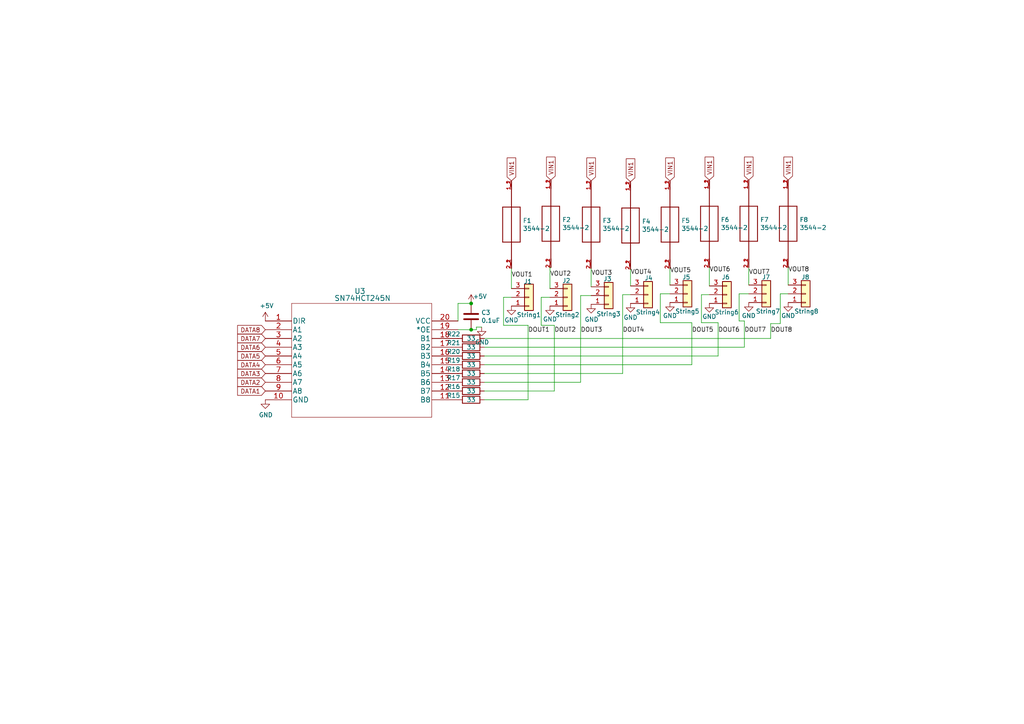
<source format=kicad_sch>
(kicad_sch (version 20211123) (generator eeschema)
  (paper "A4")
  (title_block (title "PB 16") (date "2020-08-11") (rev "v2") (company "Scott Hanson"))
  (lib_symbols
    (symbol "Connector_Generic:Conn_01x03" (pin_names (offset 1.016) hide)
      (property "Reference" "J" (at 0 5.08 0))
      (property "Value" "Conn_01x03" (at 0 -5.08 0))
      (symbol "Conn_01x03_1_1"
        (rectangle (start -1.27 -2.413) (end 0 -2.667) (stroke (width 0.1524)))
        (rectangle (start -1.27 0.127) (end 0 -0.127) (stroke (width 0.1524)))
        (rectangle (start -1.27 2.667) (end 0 2.413) (stroke (width 0.1524)))
        (rectangle (start -1.27 3.81) (end 1.27 -3.81) (stroke (width 0.254)) (fill (type background)))
        (pin passive line (at -5.08 2.54 0) (length 3.81) (name "Pin_1") (number "1"))
        (pin passive line (at -5.08 0 0) (length 3.81) (name "Pin_2") (number "2"))
        (pin passive line (at -5.08 -2.54 0) (length 3.81) (name "Pin_3") (number "3"))
      )
    )
    (symbol "Device:R" (pin_numbers hide) (pin_names (offset 0))
      (property "Reference" "R" (at 2.032 0 90))
      (property "Value" "R" (at 0 0 90))
      (symbol "R_0_1"
        (rectangle (start -1.016 -2.54) (end 1.016 2.54) (stroke (width 0.254)))
      )
      (symbol "R_1_1"
        (pin passive line (at 0 3.81 270) (length 1.27) (name "~") (number "1"))
        (pin passive line (at 0 -3.81 90) (length 1.27) (name "~") (number "2"))
      )
    )
    (symbol "PB_16-rescue:3544-2-Keystone_Fuse" (pin_names (offset 1.016) hide)
      (property "Reference" "F" (at -5.08 3.302 0))
      (property "Value" "3544-2-Keystone_Fuse" (at -5.08 -5.08 0))
      (symbol "3544-2-Keystone_Fuse_0_0"
        (polyline (pts (xy -12.7 0) (xy 12.7 0)) (stroke (width 0.254)))
        (polyline (pts (xy -5.08 -2.54) (xy -5.08 2.54)) (stroke (width 0.254)))
        (polyline (pts (xy -5.08 2.54) (xy 5.08 2.54)) (stroke (width 0.254)))
        (polyline (pts (xy 5.08 -2.54) (xy -5.08 -2.54)) (stroke (width 0.254)))
        (polyline (pts (xy 5.08 2.54) (xy 5.08 -2.54)) (stroke (width 0.254)))
        (pin passive line (at -12.7 0 0) (length 2.54) (name "1") (number "1_1"))
        (pin passive line (at -12.7 0 0) (length 2.54) (name "1") (number "1_2"))
        (pin passive line (at 12.7 0 180) (length 2.54) (name "2") (number "2_1"))
        (pin passive line (at 12.7 0 180) (length 2.54) (name "2") (number "2_2"))
      )
    )
    (symbol "PB_16-rescue:C-Device" (pin_numbers hide) (pin_names (offset 0.254))
      (property "Reference" "C" (at 0.635 2.54 0))
      (property "Value" "C-Device" (at 0.635 -2.54 0))
      (symbol "C-Device_0_1"
        (polyline (pts (xy -2.032 -0.762) (xy 2.032 -0.762)) (stroke (width 0.508)))
        (polyline (pts (xy -2.032 0.762) (xy 2.032 0.762)) (stroke (width 0.508)))
      )
      (symbol "C-Device_1_1"
        (pin passive line (at 0 3.81 270) (length 2.794) (name "~") (number "1"))
        (pin passive line (at 0 -3.81 90) (length 2.794) (name "~") (number "2"))
      )
    )
    (symbol "PB_16-rescue:SN74HCT245N-SN74HCT245N" (pin_names (offset 0.254))
      (property "Reference" "U" (at 27.94 10.16 0))
      (property "Value" "SN74HCT245N-SN74HCT245N" (at 27.94 7.62 0))
      (symbol "SN74HCT245N-SN74HCT245N_1_0"
        (polyline (pts (xy 7.62 -27.94) (xy 48.26 -27.94)) (stroke (width 0.127)))
        (polyline (pts (xy 7.62 5.08) (xy 7.62 -27.94)) (stroke (width 0.127)))
        (polyline (pts (xy 48.26 -27.94) (xy 48.26 5.08)) (stroke (width 0.127)))
        (polyline (pts (xy 48.26 5.08) (xy 7.62 5.08)) (stroke (width 0.127)))
        (pin input line (at 0 0 0) (length 7.62) (name "DIR") (number "1"))
        (pin power_in line (at 0 -22.86 0) (length 7.62) (name "GND") (number "10"))
        (pin bidirectional line (at 55.88 -22.86 180) (length 7.62) (name "B8") (number "11"))
        (pin bidirectional line (at 55.88 -20.32 180) (length 7.62) (name "B7") (number "12"))
        (pin bidirectional line (at 55.88 -17.78 180) (length 7.62) (name "B6") (number "13"))
        (pin bidirectional line (at 55.88 -15.24 180) (length 7.62) (name "B5") (number "14"))
        (pin bidirectional line (at 55.88 -12.7 180) (length 7.62) (name "B4") (number "15"))
        (pin bidirectional line (at 55.88 -10.16 180) (length 7.62) (name "B3") (number "16"))
        (pin bidirectional line (at 55.88 -7.62 180) (length 7.62) (name "B2") (number "17"))
        (pin bidirectional line (at 55.88 -5.08 180) (length 7.62) (name "B1") (number "18"))
        (pin input line (at 55.88 -2.54 180) (length 7.62) (name "*OE") (number "19"))
        (pin bidirectional line (at 0 -2.54 0) (length 7.62) (name "A1") (number "2"))
        (pin power_in line (at 55.88 0 180) (length 7.62) (name "VCC") (number "20"))
        (pin bidirectional line (at 0 -5.08 0) (length 7.62) (name "A2") (number "3"))
        (pin bidirectional line (at 0 -7.62 0) (length 7.62) (name "A3") (number "4"))
        (pin bidirectional line (at 0 -10.16 0) (length 7.62) (name "A4") (number "5"))
        (pin bidirectional line (at 0 -12.7 0) (length 7.62) (name "A5") (number "6"))
        (pin bidirectional line (at 0 -15.24 0) (length 7.62) (name "A6") (number "7"))
        (pin bidirectional line (at 0 -17.78 0) (length 7.62) (name "A7") (number "8"))
        (pin bidirectional line (at 0 -20.32 0) (length 7.62) (name "A8") (number "9"))
      )
    )
    (symbol "power:+5V" (power) (pin_names (offset 0))
      (property "Value" "+5V" (at 0 3.556 0))
      (symbol "+5V_0_1"
        (polyline (pts (xy -0.762 1.27) (xy 0 2.54)))
        (polyline (pts (xy 0 0) (xy 0 2.54)))
        (polyline (pts (xy 0 2.54) (xy 0.762 1.27)))
      )
      (symbol "+5V_1_1"
        (pin power_in line (at 0 0 90) (length 0) hide (name "+5V") (number "1"))
      )
    )
    (symbol "power:GND" (power) (pin_names (offset 0))
      (property "Value" "GND" (at 0 -3.81 0))
      (symbol "GND_0_1"
        (polyline (pts (xy 0 0) (xy 0 -1.27) (xy 1.27 -1.27) (xy 0 -2.54) (xy -1.27 -1.27) (xy 0 -1.27)))
      )
      (symbol "GND_1_1"
        (pin power_in line (at 0 0 270) (length 0) hide (name "GND") (number "1"))
      )
    )
  )
  (junction (at 136.652 88.011))
  (junction (at 136.652 95.631))
  (wire (pts (xy 191.516 85.217) (xy 191.516 93.599)))
  (wire (pts (xy 140.462 103.251) (xy 208.28 103.251)))
  (wire (pts (xy 208.28 103.251) (xy 208.28 93.599)))
  (wire (pts (xy 203.454 85.471) (xy 203.454 93.599)))
  (wire (pts (xy 191.516 93.599) (xy 200.66 93.599)))
  (wire (pts (xy 205.74 85.471) (xy 203.454 85.471)))
  (wire (pts (xy 223.52 93.853) (xy 226.314 93.853)))
  (wire (pts (xy 214.376 85.217) (xy 217.17 85.217)))
  (wire (pts (xy 200.66 105.791) (xy 200.66 93.599)))
  (wire (pts (xy 132.842 88.011) (xy 132.842 93.091)))
  (wire (pts (xy 160.782 94.361) (xy 160.782 113.411)))
  (wire (pts (xy 182.88 85.471) (xy 180.594 85.471)))
  (wire (pts (xy 226.314 85.217) (xy 228.6 85.217)))
  (wire (pts (xy 138.176 94.869) (xy 138.176 95.631)))
  (wire (pts (xy 140.462 100.711) (xy 215.9 100.711)))
  (wire (pts (xy 153.162 115.951) (xy 153.162 94.361)))
  (wire (pts (xy 148.336 77.851) (xy 148.336 83.693)))
  (wire (pts (xy 140.462 108.331) (xy 180.594 108.331)))
  (wire (pts (xy 217.17 77.597) (xy 217.17 82.677)))
  (wire (pts (xy 136.652 95.631) (xy 132.842 95.631)))
  (wire (pts (xy 194.31 82.677) (xy 194.31 77.851)))
  (wire (pts (xy 203.454 93.599) (xy 208.28 93.599)))
  (wire (pts (xy 226.314 93.853) (xy 226.314 85.217)))
  (wire (pts (xy 180.594 108.331) (xy 180.594 85.471)))
  (wire (pts (xy 136.652 88.011) (xy 132.842 88.011)))
  (wire (pts (xy 159.512 77.597) (xy 159.766 77.597)))
  (wire (pts (xy 139.7 94.869) (xy 138.176 94.869)))
  (wire (pts (xy 194.31 85.217) (xy 191.516 85.217)))
  (wire (pts (xy 159.512 86.233) (xy 156.972 86.233)))
  (wire (pts (xy 168.402 85.725) (xy 171.45 85.725)))
  (wire (pts (xy 140.462 105.791) (xy 200.66 105.791)))
  (wire (pts (xy 168.402 110.871) (xy 168.402 85.725)))
  (wire (pts (xy 160.782 113.411) (xy 140.462 113.411)))
  (wire (pts (xy 160.782 94.361) (xy 156.972 94.361)))
  (wire (pts (xy 182.88 82.931) (xy 182.88 78.105)))
  (wire (pts (xy 223.52 98.171) (xy 223.52 93.853)))
  (wire (pts (xy 215.9 93.091) (xy 214.376 93.091)))
  (wire (pts (xy 140.462 110.871) (xy 168.402 110.871)))
  (wire (pts (xy 146.05 94.361) (xy 146.05 86.233)))
  (wire (pts (xy 140.462 115.951) (xy 153.162 115.951)))
  (wire (pts (xy 228.6 82.677) (xy 228.6 77.597)))
  (wire (pts (xy 156.972 94.361) (xy 156.972 86.233)))
  (wire (pts (xy 171.45 77.851) (xy 171.45 83.185)))
  (wire (pts (xy 140.462 98.171) (xy 223.52 98.171)))
  (wire (pts (xy 146.05 86.233) (xy 148.336 86.233)))
  (wire (pts (xy 214.376 93.091) (xy 214.376 85.217)))
  (wire (pts (xy 153.162 94.361) (xy 146.05 94.361)))
  (wire (pts (xy 138.176 95.631) (xy 136.652 95.631)))
  (wire (pts (xy 205.74 77.597) (xy 205.74 82.931)))
  (wire (pts (xy 159.512 83.693) (xy 159.512 77.597)))
  (wire (pts (xy 215.9 100.711) (xy 215.9 93.091)))
  (label "VOUT7" (at 217.17 79.883 0))
  (label "DOUT6" (at 208.28 96.647 0))
  (label "DOUT4" (at 180.594 96.647 0))
  (label "VOUT3" (at 171.45 80.137 0))
  (label "DOUT1" (at 153.162 96.647 0))
  (label "VOUT8" (at 228.6 79.121 0))
  (label "DOUT3" (at 168.402 96.647 0))
  (label "DOUT5" (at 200.66 96.647 0))
  (label "VOUT5" (at 194.31 79.375 0))
  (label "DOUT7" (at 215.9 96.647 0))
  (label "DOUT8" (at 223.52 96.647 0))
  (label "DOUT2" (at 160.782 96.647 0))
  (label "VOUT4" (at 182.88 79.883 0))
  (label "VOUT2" (at 159.512 80.391 0))
  (label "VOUT1" (at 148.336 80.645 0))
  (label "VOUT6" (at 205.74 79.121 0))
  (global_label "DATA7" (shape input) (at 76.962 98.171 180) (property "Intersheet References" "${INTERSHEET_REFS}" (effects hide)))
  (global_label "VIN1" (shape input) (at 159.766 52.197 90) (property "Intersheet References" "${INTERSHEET_REFS}" (effects hide)))
  (global_label "VIN1" (shape input) (at 217.17 52.197 90) (property "Intersheet References" "${INTERSHEET_REFS}" (effects hide)))
  (global_label "VIN1" (shape input) (at 228.6 52.197 90) (property "Intersheet References" "${INTERSHEET_REFS}" (effects hide)))
  (global_label "VIN1" (shape input) (at 205.74 52.197 90) (property "Intersheet References" "${INTERSHEET_REFS}" (effects hide)))
  (global_label "DATA3" (shape input) (at 76.962 108.331 180) (property "Intersheet References" "${INTERSHEET_REFS}" (effects hide)))
  (global_label "DATA8" (shape input) (at 76.962 95.631 180) (property "Intersheet References" "${INTERSHEET_REFS}" (effects hide)))
  (global_label "VIN1" (shape input) (at 171.45 52.451 90) (property "Intersheet References" "${INTERSHEET_REFS}" (effects hide)))
  (global_label "DATA2" (shape input) (at 76.962 110.871 180) (property "Intersheet References" "${INTERSHEET_REFS}" (effects hide)))
  (global_label "VIN1" (shape input) (at 194.31 52.451 90) (property "Intersheet References" "${INTERSHEET_REFS}" (effects hide)))
  (global_label "VIN1" (shape input) (at 148.336 52.451 90) (property "Intersheet References" "${INTERSHEET_REFS}" (effects hide)))
  (global_label "DATA6" (shape input) (at 76.962 100.711 180) (property "Intersheet References" "${INTERSHEET_REFS}" (effects hide)))
  (global_label "DATA4" (shape input) (at 76.962 105.791 180) (property "Intersheet References" "${INTERSHEET_REFS}" (effects hide)))
  (global_label "VIN1" (shape input) (at 182.88 52.705 90) (property "Intersheet References" "${INTERSHEET_REFS}" (effects hide)))
  (global_label "DATA1" (shape input) (at 76.962 113.411 180) (property "Intersheet References" "${INTERSHEET_REFS}" (effects hide)))
  (global_label "DATA5" (shape input) (at 76.962 103.251 180) (property "Intersheet References" "${INTERSHEET_REFS}" (effects hide)))
  (symbol (lib_id "Connector_Generic:Conn_01x03") (at 153.416 86.233 0) (mirror x) (unit 1)
    (property "Reference" "J1" (at 151.892 81.661 0) (effects (justify left)))
    (property "Value" "String1" (at 149.86 91.313 0) (effects (justify left)))
    (property "Footprint" "Connector_Phoenix_MC:PhoenixContact_MCV_1,5_3-G-3.5_1x03_P3.50mm_Vertical" (effects hide))
    (property "Digi-Key_PN" "277-5737-ND/ED10555-ND" (effects hide))
    (property "MPN" "1843619/OSTTJ0311530" (effects hide))
  )
  (symbol (lib_id "Connector_Generic:Conn_01x03") (at 164.592 86.233 0) (mirror x) (unit 1)
    (property "Reference" "J2" (at 163.068 81.407 0) (effects (justify left)))
    (property "Value" "String2" (at 161.036 91.313 0) (effects (justify left)))
    (property "Footprint" "Connector_Phoenix_MC:PhoenixContact_MCV_1,5_3-G-3.5_1x03_P3.50mm_Vertical" (effects hide))
    (property "Digi-Key_PN" "277-5737-ND/ED10555-ND" (effects hide))
    (property "MPN" "1843619/OSTTJ0311530" (effects hide))
  )
  (symbol (lib_id "Connector_Generic:Conn_01x03") (at 176.53 85.725 0) (mirror x) (unit 1)
    (property "Reference" "J3" (at 175.006 80.899 0) (effects (justify left)))
    (property "Value" "String3" (at 172.974 91.059 0) (effects (justify left)))
    (property "Footprint" "Connector_Phoenix_MC:PhoenixContact_MCV_1,5_3-G-3.5_1x03_P3.50mm_Vertical" (effects hide))
    (property "Digi-Key_PN" "277-5737-ND/ED10555-ND" (effects hide))
    (property "MPN" "1843619/OSTTJ0311530" (effects hide))
  )
  (symbol (lib_id "Connector_Generic:Conn_01x03") (at 187.96 85.471 0) (mirror x) (unit 1)
    (property "Reference" "J4" (at 186.944 80.645 0) (effects (justify left)))
    (property "Value" "String4" (at 184.404 90.551 0) (effects (justify left)))
    (property "Footprint" "Connector_Phoenix_MC:PhoenixContact_MCV_1,5_3-G-3.5_1x03_P3.50mm_Vertical" (effects hide))
    (property "Digi-Key_PN" "277-5737-ND/ED10555-ND" (effects hide))
    (property "MPN" "1843619/OSTTJ0311530" (effects hide))
  )
  (symbol (lib_id "Connector_Generic:Conn_01x03") (at 199.39 85.217 0) (mirror x) (unit 1)
    (property "Reference" "J5" (at 197.866 80.391 0) (effects (justify left)))
    (property "Value" "String5" (at 195.834 90.297 0) (effects (justify left)))
    (property "Footprint" "Connector_Phoenix_MC:PhoenixContact_MCV_1,5_3-G-3.5_1x03_P3.50mm_Vertical" (effects hide))
    (property "Digi-Key_PN" "277-5737-ND/ED10555-ND" (effects hide))
    (property "MPN" "1843619/OSTTJ0311530" (effects hide))
  )
  (symbol (lib_id "Connector_Generic:Conn_01x03") (at 210.82 85.471 0) (mirror x) (unit 1)
    (property "Reference" "J6" (at 209.296 80.391 0) (effects (justify left)))
    (property "Value" "String6" (at 207.264 90.551 0) (effects (justify left)))
    (property "Footprint" "Connector_Phoenix_MC:PhoenixContact_MCV_1,5_3-G-3.5_1x03_P3.50mm_Vertical" (effects hide))
    (property "Digi-Key_PN" "277-5737-ND/ED10555-ND" (effects hide))
    (property "MPN" "1843619/OSTTJ0311530" (effects hide))
  )
  (symbol (lib_id "Connector_Generic:Conn_01x03") (at 222.25 85.217 0) (mirror x) (unit 1)
    (property "Reference" "J7" (at 220.98 80.391 0) (effects (justify left)))
    (property "Value" "String7" (at 219.202 90.297 0) (effects (justify left)))
    (property "Footprint" "Connector_Phoenix_MC:PhoenixContact_MCV_1,5_3-G-3.5_1x03_P3.50mm_Vertical" (effects hide))
    (property "Digi-Key_PN" "277-5737-ND/ED10555-ND" (effects hide))
    (property "MPN" "1843619/OSTTJ0311530" (effects hide))
  )
  (symbol (lib_id "Connector_Generic:Conn_01x03") (at 233.68 85.217 0) (mirror x) (unit 1)
    (property "Reference" "J8" (at 232.41 80.391 0) (effects (justify left)))
    (property "Value" "String8" (at 230.378 90.297 0) (effects (justify left)))
    (property "Footprint" "Connector_Phoenix_MC:PhoenixContact_MCV_1,5_3-G-3.5_1x03_P3.50mm_Vertical" (effects hide))
    (property "Digi-Key_PN" "277-5737-ND/ED10555-ND" (effects hide))
    (property "MPN" "1843619/OSTTJ0311530" (effects hide))
  )
  (symbol (lib_id "power:GND") (at 148.336 88.773 0) (unit 1)
    (property "Reference" "#PWR012" (effects hide))
    (property "Value" "GND" (at 148.336 92.837 0))
  )
  (symbol (lib_id "power:GND") (at 159.512 88.773 0) (unit 1)
    (property "Reference" "#PWR013" (effects hide))
    (property "Value" "GND" (at 159.512 92.583 0))
  )
  (symbol (lib_id "power:GND") (at 171.45 88.265 0) (unit 1)
    (property "Reference" "#PWR014" (effects hide))
    (property "Value" "GND" (at 171.577 92.6592 0))
  )
  (symbol (lib_id "power:GND") (at 182.88 88.011 0) (unit 1)
    (property "Reference" "#PWR015" (effects hide))
    (property "Value" "GND" (at 182.88 92.075 0))
  )
  (symbol (lib_id "power:GND") (at 194.31 87.757 0) (unit 1)
    (property "Reference" "#PWR016" (effects hide))
    (property "Value" "GND" (at 194.31 91.567 0))
  )
  (symbol (lib_id "power:GND") (at 205.74 88.011 0) (unit 1)
    (property "Reference" "#PWR017" (effects hide))
    (property "Value" "GND" (at 205.74 91.821 0))
  )
  (symbol (lib_id "power:GND") (at 217.17 87.757 0) (unit 1)
    (property "Reference" "#PWR018" (effects hide))
    (property "Value" "GND" (at 217.17 91.567 0))
  )
  (symbol (lib_id "power:GND") (at 228.6 87.757 0) (unit 1)
    (property "Reference" "#PWR019" (effects hide))
    (property "Value" "GND" (at 228.6 91.567 0))
  )
  (symbol (lib_id "PB_16-rescue:3544-2-Keystone_Fuse") (at 159.766 64.897 270) (unit 1)
    (property "Reference" "F2" (at 163.068 63.7286 90) (effects (justify left)))
    (property "Value" "3544-2" (at 163.068 66.04 90) (effects (justify left)))
    (property "Footprint" "Keystone_Fuse:FUSE_3544-2" (effects hide))
    (property "Field4" "3544-2" (effects hide))
    (property "Field5" "None" (effects hide))
    (property "Field6" "Unavailable" (effects hide))
    (property "Field7" "Fuse Clip; 500 VAC; 30 A; PCB; For 0.110 in. x 0.032 in. mini blade fuses" (effects hide))
    (property "Field8" "Keystone Electronics" (effects hide))
    (property "Digi-Key_PN" "36-3544-2-ND" (effects hide))
    (property "MPN" "3544-2" (effects hide))
  )
  (symbol (lib_id "PB_16-rescue:3544-2-Keystone_Fuse") (at 171.45 65.151 270) (unit 1)
    (property "Reference" "F3" (at 174.752 63.9826 90) (effects (justify left)))
    (property "Value" "3544-2" (at 174.752 66.294 90) (effects (justify left)))
    (property "Footprint" "Keystone_Fuse:FUSE_3544-2" (effects hide))
    (property "Field4" "3544-2" (effects hide))
    (property "Field5" "None" (effects hide))
    (property "Field6" "Unavailable" (effects hide))
    (property "Field7" "Fuse Clip; 500 VAC; 30 A; PCB; For 0.110 in. x 0.032 in. mini blade fuses" (effects hide))
    (property "Field8" "Keystone Electronics" (effects hide))
    (property "Digi-Key_PN" "36-3544-2-ND" (effects hide))
    (property "MPN" "3544-2" (effects hide))
  )
  (symbol (lib_id "PB_16-rescue:3544-2-Keystone_Fuse") (at 182.88 65.405 270) (unit 1)
    (property "Reference" "F4" (at 186.182 64.2366 90) (effects (justify left)))
    (property "Value" "3544-2" (at 186.182 66.548 90) (effects (justify left)))
    (property "Footprint" "Keystone_Fuse:FUSE_3544-2" (effects hide))
    (property "Field4" "3544-2" (effects hide))
    (property "Field5" "None" (effects hide))
    (property "Field6" "Unavailable" (effects hide))
    (property "Field7" "Fuse Clip; 500 VAC; 30 A; PCB; For 0.110 in. x 0.032 in. mini blade fuses" (effects hide))
    (property "Field8" "Keystone Electronics" (effects hide))
    (property "Digi-Key_PN" "36-3544-2-ND" (effects hide))
    (property "MPN" "3544-2" (effects hide))
  )
  (symbol (lib_id "PB_16-rescue:3544-2-Keystone_Fuse") (at 194.31 65.151 270) (unit 1)
    (property "Reference" "F5" (at 197.612 63.9826 90) (effects (justify left)))
    (property "Value" "3544-2" (at 197.612 66.294 90) (effects (justify left)))
    (property "Footprint" "Keystone_Fuse:FUSE_3544-2" (effects hide))
    (property "Field4" "3544-2" (effects hide))
    (property "Field5" "None" (effects hide))
    (property "Field6" "Unavailable" (effects hide))
    (property "Field7" "Fuse Clip; 500 VAC; 30 A; PCB; For 0.110 in. x 0.032 in. mini blade fuses" (effects hide))
    (property "Field8" "Keystone Electronics" (effects hide))
    (property "Digi-Key_PN" "36-3544-2-ND" (effects hide))
    (property "MPN" "3544-2" (effects hide))
  )
  (symbol (lib_id "PB_16-rescue:3544-2-Keystone_Fuse") (at 205.74 64.897 270) (unit 1)
    (property "Reference" "F6" (at 209.042 63.7286 90) (effects (justify left)))
    (property "Value" "3544-2" (at 209.042 66.04 90) (effects (justify left)))
    (property "Footprint" "Keystone_Fuse:FUSE_3544-2" (effects hide))
    (property "Field4" "3544-2" (effects hide))
    (property "Field5" "None" (effects hide))
    (property "Field6" "Unavailable" (effects hide))
    (property "Field7" "Fuse Clip; 500 VAC; 30 A; PCB; For 0.110 in. x 0.032 in. mini blade fuses" (effects hide))
    (property "Field8" "Keystone Electronics" (effects hide))
    (property "Digi-Key_PN" "36-3544-2-ND" (effects hide))
    (property "MPN" "3544-2" (effects hide))
  )
  (symbol (lib_id "PB_16-rescue:3544-2-Keystone_Fuse") (at 217.17 64.897 270) (unit 1)
    (property "Reference" "F7" (at 220.472 63.7286 90) (effects (justify left)))
    (property "Value" "3544-2" (at 220.472 66.04 90) (effects (justify left)))
    (property "Footprint" "Keystone_Fuse:FUSE_3544-2" (effects hide))
    (property "Field4" "3544-2" (effects hide))
    (property "Field5" "None" (effects hide))
    (property "Field6" "Unavailable" (effects hide))
    (property "Field7" "Fuse Clip; 500 VAC; 30 A; PCB; For 0.110 in. x 0.032 in. mini blade fuses" (effects hide))
    (property "Field8" "Keystone Electronics" (effects hide))
    (property "Digi-Key_PN" "36-3544-2-ND" (effects hide))
    (property "MPN" "3544-2" (effects hide))
  )
  (symbol (lib_id "PB_16-rescue:3544-2-Keystone_Fuse") (at 228.6 64.897 270) (unit 1)
    (property "Reference" "F8" (at 231.902 63.7286 90) (effects (justify left)))
    (property "Value" "3544-2" (at 231.902 66.04 90) (effects (justify left)))
    (property "Footprint" "Keystone_Fuse:FUSE_3544-2" (effects hide))
    (property "Field4" "3544-2" (effects hide))
    (property "Field5" "None" (effects hide))
    (property "Field6" "Unavailable" (effects hide))
    (property "Field7" "Fuse Clip; 500 VAC; 30 A; PCB; For 0.110 in. x 0.032 in. mini blade fuses" (effects hide))
    (property "Field8" "Keystone Electronics" (effects hide))
    (property "Digi-Key_PN" "36-3544-2-ND" (effects hide))
    (property "MPN" "3544-2" (effects hide))
  )
  (symbol (lib_id "power:GND") (at 139.7 94.869 0) (unit 1)
    (property "Reference" "#PWR011" (effects hide))
    (property "Value" "GND" (at 139.827 99.2632 0))
  )
  (symbol (lib_id "power:+5V") (at 76.962 93.091 0) (unit 1)
    (property "Reference" "#PWR08" (effects hide))
    (property "Value" "+5V" (at 77.343 88.6968 0))
  )
  (symbol (lib_id "power:GND") (at 76.962 115.951 0) (unit 1)
    (property "Reference" "#PWR09" (effects hide))
    (property "Value" "GND" (at 77.089 120.3452 0))
  )
  (symbol (lib_id "PB_16-rescue:C-Device") (at 136.652 91.821 0) (unit 1)
    (property "Reference" "C3" (at 139.573 90.6526 0) (effects (justify left)))
    (property "Value" "0.1uF" (at 139.573 92.964 0) (effects (justify left)))
    (property "Footprint" "Capacitor_SMD:C_0805_2012Metric_Pad1.15x1.40mm_HandSolder" (effects hide))
    (property "Digi-Key_PN" "1276-1007-1-ND" (effects hide))
    (property "MPN" "CL21F104ZBCNNNC" (effects hide))
    (property "LCSC" "C49678" (effects hide))
  )
  (symbol (lib_id "power:+5V") (at 136.652 88.011 0) (unit 1)
    (property "Reference" "#PWR010" (effects hide))
    (property "Value" "+5V" (at 139.192 85.979 0))
  )
  (symbol (lib_id "PB_16-rescue:SN74HCT245N-SN74HCT245N") (at 76.962 93.091 0) (unit 1)
    (property "Reference" "U3" (at 104.394 84.455 0) (effects (font (size 1.524 1.524))))
    (property "Value" "SN74HCT245N" (at 105.156 86.487 0) (effects (font (size 1.524 1.524))))
    (property "Footprint" "SN74HCT245NSR:SN74HCT245NSR" (effects hide))
    (property "Digi-Key_PN" "296-15849-1-ND" (effects hide))
    (property "MPN" "SN74HCT245NSR" (effects hide))
    (property "LCSC" "C133641" (effects hide))
  )
  (symbol (lib_id "PB_16-rescue:3544-2-Keystone_Fuse") (at 148.336 65.151 270) (unit 1)
    (property "Reference" "F1" (at 151.638 63.9826 90) (effects (justify left)))
    (property "Value" "3544-2" (at 151.638 66.294 90) (effects (justify left)))
    (property "Footprint" "Keystone_Fuse:FUSE_3544-2" (effects hide))
    (property "Field4" "3544-2" (effects hide))
    (property "Field5" "None" (effects hide))
    (property "Field6" "Unavailable" (effects hide))
    (property "Field7" "Fuse Clip; 500 VAC; 30 A; PCB; For 0.110 in. x 0.032 in. mini blade fuses" (effects hide))
    (property "Field8" "Keystone Electronics" (effects hide))
    (property "Digi-Key_PN" "36-3544-2-ND" (effects hide))
    (property "MPN" "3544-2" (effects hide))
  )
  (symbol (lib_id "Device:R") (at 136.652 113.411 90) (unit 1)
    (property "Reference" "R16" (at 131.572 112.141 90))
    (property "Value" "33" (at 136.652 113.411 90))
    (property "Footprint" "Resistor_SMD:R_0603_1608Metric_Pad0.98x0.95mm_HandSolder" (effects hide))
    (property "LCSC" "C23140" (effects hide))
    (property "Digi-Key_PN" "2571-CN34J330CTTR-ND" (effects hide))
    (property "MPN" "CN34J330CT" (effects hide))
  )
  (symbol (lib_id "Device:R") (at 136.652 115.951 90) (unit 1)
    (property "Reference" "R15" (at 131.572 114.681 90))
    (property "Value" "33" (at 136.652 115.951 90))
    (property "Footprint" "Resistor_SMD:R_0603_1608Metric_Pad0.98x0.95mm_HandSolder" (effects hide))
    (property "LCSC" "C23140" (effects hide))
    (property "Digi-Key_PN" "2571-CN34J330CTTR-ND" (effects hide))
    (property "MPN" "CN34J330CT" (effects hide))
  )
  (symbol (lib_id "Device:R") (at 136.652 100.711 90) (unit 1)
    (property "Reference" "R21" (at 131.572 99.441 90))
    (property "Value" "33" (at 136.652 100.711 90))
    (property "Footprint" "Resistor_SMD:R_0603_1608Metric_Pad0.98x0.95mm_HandSolder" (effects hide))
    (property "LCSC" "C23140" (effects hide))
    (property "Digi-Key_PN" "2571-CN34J330CTTR-ND" (effects hide))
    (property "MPN" "CN34J330CT" (effects hide))
  )
  (symbol (lib_id "Device:R") (at 136.652 98.171 90) (unit 1)
    (property "Reference" "R22" (at 131.572 96.901 90))
    (property "Value" "33" (at 136.652 98.171 90))
    (property "Footprint" "Resistor_SMD:R_0603_1608Metric_Pad0.98x0.95mm_HandSolder" (effects hide))
    (property "LCSC" "C23140" (effects hide))
    (property "Digi-Key_PN" "2571-CN34J330CTTR-ND" (effects hide))
    (property "MPN" "CN34J330CT" (effects hide))
  )
  (symbol (lib_id "Device:R") (at 136.652 103.251 90) (unit 1)
    (property "Reference" "R20" (at 131.572 101.981 90))
    (property "Value" "33" (at 136.652 103.251 90))
    (property "Footprint" "Resistor_SMD:R_0603_1608Metric_Pad0.98x0.95mm_HandSolder" (effects hide))
    (property "LCSC" "C23140" (effects hide))
    (property "Digi-Key_PN" "2571-CN34J330CTTR-ND" (effects hide))
    (property "MPN" "CN34J330CT" (effects hide))
  )
  (symbol (lib_id "Device:R") (at 136.652 108.331 90) (unit 1)
    (property "Reference" "R18" (at 131.572 107.061 90))
    (property "Value" "33" (at 136.652 108.331 90))
    (property "Footprint" "Resistor_SMD:R_0603_1608Metric_Pad0.98x0.95mm_HandSolder" (effects hide))
    (property "LCSC" "C23140" (effects hide))
    (property "Digi-Key_PN" "2571-CN34J330CTTR-ND" (effects hide))
    (property "MPN" "CN34J330CT" (effects hide))
  )
  (symbol (lib_id "Device:R") (at 136.652 105.791 90) (unit 1)
    (property "Reference" "R19" (at 131.572 104.521 90))
    (property "Value" "33" (at 136.652 105.791 90))
    (property "Footprint" "Resistor_SMD:R_0603_1608Metric_Pad0.98x0.95mm_HandSolder" (effects hide))
    (property "LCSC" "C23140" (effects hide))
    (property "Digi-Key_PN" "2571-CN34J330CTTR-ND" (effects hide))
    (property "MPN" "CN34J330CT" (effects hide))
  )
  (symbol (lib_id "Device:R") (at 136.652 110.871 90) (unit 1)
    (property "Reference" "R17" (at 131.572 109.601 90))
    (property "Value" "33" (at 136.652 110.871 90))
    (property "Footprint" "Resistor_SMD:R_0603_1608Metric_Pad0.98x0.95mm_HandSolder" (effects hide))
    (property "LCSC" "C23140" (effects hide))
    (property "Digi-Key_PN" "2571-CN34J330CTTR-ND" (effects hide))
    (property "MPN" "CN34J330CT" (effects hide))
  )
)
</source>
